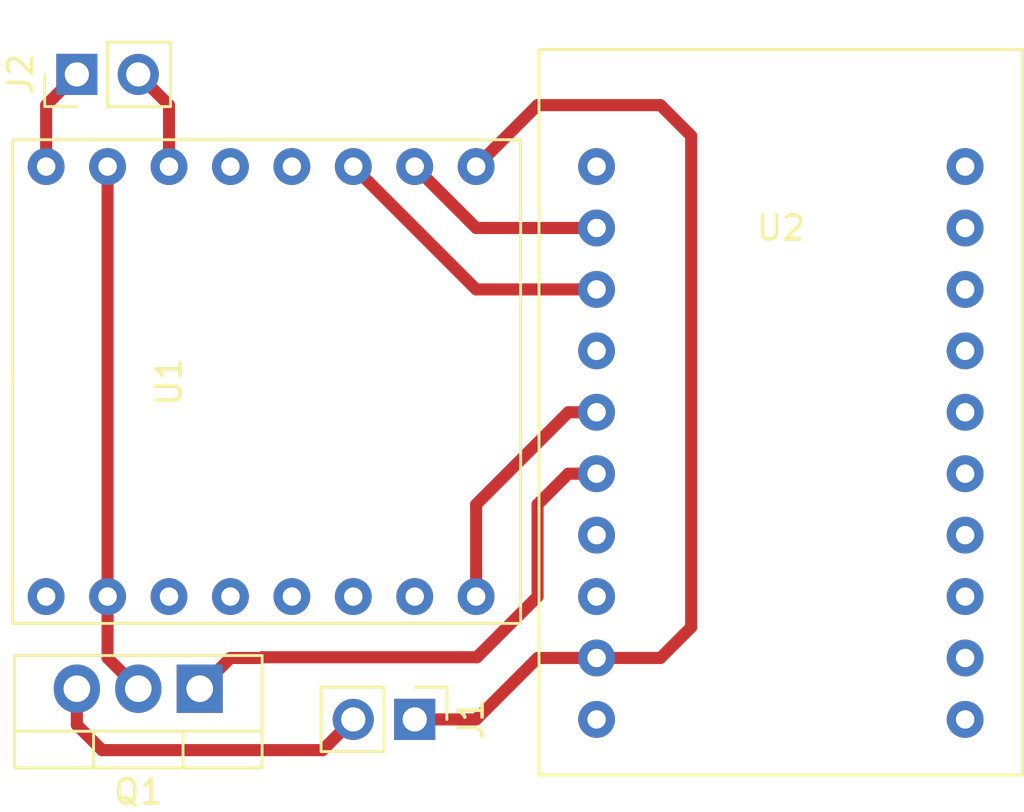
<source format=kicad_pcb>
(kicad_pcb (version 20171130) (host pcbnew 5.1.0)

  (general
    (thickness 1.6)
    (drawings 0)
    (tracks 35)
    (zones 0)
    (modules 5)
    (nets 32)
  )

  (page A4)
  (layers
    (0 F.Cu signal)
    (31 B.Cu signal)
    (32 B.Adhes user)
    (33 F.Adhes user)
    (34 B.Paste user)
    (35 F.Paste user)
    (36 B.SilkS user)
    (37 F.SilkS user)
    (38 B.Mask user)
    (39 F.Mask user)
    (40 Dwgs.User user)
    (41 Cmts.User user)
    (42 Eco1.User user)
    (43 Eco2.User user)
    (44 Edge.Cuts user)
    (45 Margin user)
    (46 B.CrtYd user)
    (47 F.CrtYd user)
    (48 B.Fab user)
    (49 F.Fab user)
  )

  (setup
    (last_trace_width 0.5)
    (user_trace_width 0.5)
    (trace_clearance 0.2)
    (zone_clearance 0.508)
    (zone_45_only no)
    (trace_min 0.2)
    (via_size 0.8)
    (via_drill 0.4)
    (via_min_size 0.4)
    (via_min_drill 0.3)
    (uvia_size 0.3)
    (uvia_drill 0.1)
    (uvias_allowed no)
    (uvia_min_size 0.2)
    (uvia_min_drill 0.1)
    (edge_width 0.05)
    (segment_width 0.2)
    (pcb_text_width 0.3)
    (pcb_text_size 1.5 1.5)
    (mod_edge_width 0.12)
    (mod_text_size 1 1)
    (mod_text_width 0.15)
    (pad_size 1.524 1.524)
    (pad_drill 0.762)
    (pad_to_mask_clearance 0.051)
    (solder_mask_min_width 0.25)
    (aux_axis_origin 0 0)
    (visible_elements FFFFFF7F)
    (pcbplotparams
      (layerselection 0x010fc_ffffffff)
      (usegerberextensions false)
      (usegerberattributes false)
      (usegerberadvancedattributes false)
      (creategerberjobfile false)
      (excludeedgelayer true)
      (linewidth 0.100000)
      (plotframeref false)
      (viasonmask false)
      (mode 1)
      (useauxorigin false)
      (hpglpennumber 1)
      (hpglpenspeed 20)
      (hpglpendiameter 15.000000)
      (psnegative false)
      (psa4output false)
      (plotreference true)
      (plotvalue true)
      (plotinvisibletext false)
      (padsonsilk false)
      (subtractmaskfromsilk false)
      (outputformat 1)
      (mirror false)
      (drillshape 1)
      (scaleselection 1)
      (outputdirectory ""))
  )

  (net 0 "")
  (net 1 VCC)
  (net 2 GND)
  (net 3 "Net-(J2-Pad2)")
  (net 4 "Net-(J2-Pad1)")
  (net 5 /FET)
  (net 6 "Net-(Q1-Pad2)")
  (net 7 "Net-(U1-Pad2)")
  (net 8 "Net-(U1-Pad3)")
  (net 9 "Net-(U1-Pad4)")
  (net 10 "Net-(U1-Pad5)")
  (net 11 "Net-(U1-Pad9)")
  (net 12 "Net-(U1-Pad11)")
  (net 13 "Net-(U1-Pad12)")
  (net 14 "Net-(U1-Pad13)")
  (net 15 "Net-(U1-Pad14)")
  (net 16 "Net-(U1-Pad15)")
  (net 17 "Net-(U1-Pad16)")
  (net 18 "Net-(U2-Pad1)")
  (net 19 "Net-(U2-Pad4)")
  (net 20 "Net-(U2-Pad7)")
  (net 21 "Net-(U2-Pad8)")
  (net 22 "Net-(U2-Pad10)")
  (net 23 "Net-(U2-Pad11)")
  (net 24 "Net-(U2-Pad12)")
  (net 25 "Net-(U2-Pad14)")
  (net 26 "Net-(U2-Pad15)")
  (net 27 "Net-(U2-Pad18)")
  (net 28 "Net-(U2-Pad19)")
  (net 29 "Net-(U2-Pad20)")
  (net 30 "Net-(U2-Pad16)")
  (net 31 "Net-(U2-Pad17)")

  (net_class Default "This is the default net class."
    (clearance 0.2)
    (trace_width 0.25)
    (via_dia 0.8)
    (via_drill 0.4)
    (uvia_dia 0.3)
    (uvia_drill 0.1)
    (add_net /FET)
    (add_net GND)
    (add_net "Net-(J2-Pad1)")
    (add_net "Net-(J2-Pad2)")
    (add_net "Net-(Q1-Pad2)")
    (add_net "Net-(U1-Pad11)")
    (add_net "Net-(U1-Pad12)")
    (add_net "Net-(U1-Pad13)")
    (add_net "Net-(U1-Pad14)")
    (add_net "Net-(U1-Pad15)")
    (add_net "Net-(U1-Pad16)")
    (add_net "Net-(U1-Pad2)")
    (add_net "Net-(U1-Pad3)")
    (add_net "Net-(U1-Pad4)")
    (add_net "Net-(U1-Pad5)")
    (add_net "Net-(U1-Pad9)")
    (add_net "Net-(U2-Pad1)")
    (add_net "Net-(U2-Pad10)")
    (add_net "Net-(U2-Pad11)")
    (add_net "Net-(U2-Pad12)")
    (add_net "Net-(U2-Pad14)")
    (add_net "Net-(U2-Pad15)")
    (add_net "Net-(U2-Pad16)")
    (add_net "Net-(U2-Pad17)")
    (add_net "Net-(U2-Pad18)")
    (add_net "Net-(U2-Pad19)")
    (add_net "Net-(U2-Pad20)")
    (add_net "Net-(U2-Pad4)")
    (add_net "Net-(U2-Pad7)")
    (add_net "Net-(U2-Pad8)")
    (add_net VCC)
  )

  (module Connector_PinHeader_2.54mm:PinHeader_1x02_P2.54mm_Vertical (layer F.Cu) (tedit 59FED5CC) (tstamp 5CBE1B2F)
    (at 90.17 71.12 270)
    (descr "Through hole straight pin header, 1x02, 2.54mm pitch, single row")
    (tags "Through hole pin header THT 1x02 2.54mm single row")
    (path /5CBE3458)
    (fp_text reference J1 (at 0 -2.33 270) (layer F.SilkS)
      (effects (font (size 1 1) (thickness 0.15)))
    )
    (fp_text value Battery (at 0 4.87 270) (layer F.Fab)
      (effects (font (size 1 1) (thickness 0.15)))
    )
    (fp_line (start -0.635 -1.27) (end 1.27 -1.27) (layer F.Fab) (width 0.1))
    (fp_line (start 1.27 -1.27) (end 1.27 3.81) (layer F.Fab) (width 0.1))
    (fp_line (start 1.27 3.81) (end -1.27 3.81) (layer F.Fab) (width 0.1))
    (fp_line (start -1.27 3.81) (end -1.27 -0.635) (layer F.Fab) (width 0.1))
    (fp_line (start -1.27 -0.635) (end -0.635 -1.27) (layer F.Fab) (width 0.1))
    (fp_line (start -1.33 3.87) (end 1.33 3.87) (layer F.SilkS) (width 0.12))
    (fp_line (start -1.33 1.27) (end -1.33 3.87) (layer F.SilkS) (width 0.12))
    (fp_line (start 1.33 1.27) (end 1.33 3.87) (layer F.SilkS) (width 0.12))
    (fp_line (start -1.33 1.27) (end 1.33 1.27) (layer F.SilkS) (width 0.12))
    (fp_line (start -1.33 0) (end -1.33 -1.33) (layer F.SilkS) (width 0.12))
    (fp_line (start -1.33 -1.33) (end 0 -1.33) (layer F.SilkS) (width 0.12))
    (fp_line (start -1.8 -1.8) (end -1.8 4.35) (layer F.CrtYd) (width 0.05))
    (fp_line (start -1.8 4.35) (end 1.8 4.35) (layer F.CrtYd) (width 0.05))
    (fp_line (start 1.8 4.35) (end 1.8 -1.8) (layer F.CrtYd) (width 0.05))
    (fp_line (start 1.8 -1.8) (end -1.8 -1.8) (layer F.CrtYd) (width 0.05))
    (fp_text user %R (at 0 1.27) (layer F.Fab)
      (effects (font (size 1 1) (thickness 0.15)))
    )
    (pad 1 thru_hole rect (at 0 0 270) (size 1.7 1.7) (drill 1) (layers *.Cu *.Mask)
      (net 1 VCC))
    (pad 2 thru_hole oval (at 0 2.54 270) (size 1.7 1.7) (drill 1) (layers *.Cu *.Mask)
      (net 2 GND))
    (model ${KISYS3DMOD}/Connector_PinHeader_2.54mm.3dshapes/PinHeader_1x02_P2.54mm_Vertical.wrl
      (at (xyz 0 0 0))
      (scale (xyz 1 1 1))
      (rotate (xyz 0 0 0))
    )
  )

  (module Connector_PinHeader_2.54mm:PinHeader_1x02_P2.54mm_Vertical (layer F.Cu) (tedit 59FED5CC) (tstamp 5CBE1B45)
    (at 76.2 44.45 90)
    (descr "Through hole straight pin header, 1x02, 2.54mm pitch, single row")
    (tags "Through hole pin header THT 1x02 2.54mm single row")
    (path /5CBE41BF)
    (fp_text reference J2 (at 0 -2.33 90) (layer F.SilkS)
      (effects (font (size 1 1) (thickness 0.15)))
    )
    (fp_text value Speaker (at 0 4.87 90) (layer F.Fab)
      (effects (font (size 1 1) (thickness 0.15)))
    )
    (fp_text user %R (at 0 1.27 180) (layer F.Fab)
      (effects (font (size 1 1) (thickness 0.15)))
    )
    (fp_line (start 1.8 -1.8) (end -1.8 -1.8) (layer F.CrtYd) (width 0.05))
    (fp_line (start 1.8 4.35) (end 1.8 -1.8) (layer F.CrtYd) (width 0.05))
    (fp_line (start -1.8 4.35) (end 1.8 4.35) (layer F.CrtYd) (width 0.05))
    (fp_line (start -1.8 -1.8) (end -1.8 4.35) (layer F.CrtYd) (width 0.05))
    (fp_line (start -1.33 -1.33) (end 0 -1.33) (layer F.SilkS) (width 0.12))
    (fp_line (start -1.33 0) (end -1.33 -1.33) (layer F.SilkS) (width 0.12))
    (fp_line (start -1.33 1.27) (end 1.33 1.27) (layer F.SilkS) (width 0.12))
    (fp_line (start 1.33 1.27) (end 1.33 3.87) (layer F.SilkS) (width 0.12))
    (fp_line (start -1.33 1.27) (end -1.33 3.87) (layer F.SilkS) (width 0.12))
    (fp_line (start -1.33 3.87) (end 1.33 3.87) (layer F.SilkS) (width 0.12))
    (fp_line (start -1.27 -0.635) (end -0.635 -1.27) (layer F.Fab) (width 0.1))
    (fp_line (start -1.27 3.81) (end -1.27 -0.635) (layer F.Fab) (width 0.1))
    (fp_line (start 1.27 3.81) (end -1.27 3.81) (layer F.Fab) (width 0.1))
    (fp_line (start 1.27 -1.27) (end 1.27 3.81) (layer F.Fab) (width 0.1))
    (fp_line (start -0.635 -1.27) (end 1.27 -1.27) (layer F.Fab) (width 0.1))
    (pad 2 thru_hole oval (at 0 2.54 90) (size 1.7 1.7) (drill 1) (layers *.Cu *.Mask)
      (net 3 "Net-(J2-Pad2)"))
    (pad 1 thru_hole rect (at 0 0 90) (size 1.7 1.7) (drill 1) (layers *.Cu *.Mask)
      (net 4 "Net-(J2-Pad1)"))
    (model ${KISYS3DMOD}/Connector_PinHeader_2.54mm.3dshapes/PinHeader_1x02_P2.54mm_Vertical.wrl
      (at (xyz 0 0 0))
      (scale (xyz 1 1 1))
      (rotate (xyz 0 0 0))
    )
  )

  (module Package_TO_SOT_THT:TO-220-3_Vertical (layer F.Cu) (tedit 5AC8BA0D) (tstamp 5CBE1B5F)
    (at 81.28 69.85 180)
    (descr "TO-220-3, Vertical, RM 2.54mm, see https://www.vishay.com/docs/66542/to-220-1.pdf")
    (tags "TO-220-3 Vertical RM 2.54mm")
    (path /5CBECFE0)
    (fp_text reference Q1 (at 2.54 -4.27 180) (layer F.SilkS)
      (effects (font (size 1 1) (thickness 0.15)))
    )
    (fp_text value IRLZ44N (at 2.54 2.5 180) (layer F.Fab)
      (effects (font (size 1 1) (thickness 0.15)))
    )
    (fp_line (start -2.46 -3.15) (end -2.46 1.25) (layer F.Fab) (width 0.1))
    (fp_line (start -2.46 1.25) (end 7.54 1.25) (layer F.Fab) (width 0.1))
    (fp_line (start 7.54 1.25) (end 7.54 -3.15) (layer F.Fab) (width 0.1))
    (fp_line (start 7.54 -3.15) (end -2.46 -3.15) (layer F.Fab) (width 0.1))
    (fp_line (start -2.46 -1.88) (end 7.54 -1.88) (layer F.Fab) (width 0.1))
    (fp_line (start 0.69 -3.15) (end 0.69 -1.88) (layer F.Fab) (width 0.1))
    (fp_line (start 4.39 -3.15) (end 4.39 -1.88) (layer F.Fab) (width 0.1))
    (fp_line (start -2.58 -3.27) (end 7.66 -3.27) (layer F.SilkS) (width 0.12))
    (fp_line (start -2.58 1.371) (end 7.66 1.371) (layer F.SilkS) (width 0.12))
    (fp_line (start -2.58 -3.27) (end -2.58 1.371) (layer F.SilkS) (width 0.12))
    (fp_line (start 7.66 -3.27) (end 7.66 1.371) (layer F.SilkS) (width 0.12))
    (fp_line (start -2.58 -1.76) (end 7.66 -1.76) (layer F.SilkS) (width 0.12))
    (fp_line (start 0.69 -3.27) (end 0.69 -1.76) (layer F.SilkS) (width 0.12))
    (fp_line (start 4.391 -3.27) (end 4.391 -1.76) (layer F.SilkS) (width 0.12))
    (fp_line (start -2.71 -3.4) (end -2.71 1.51) (layer F.CrtYd) (width 0.05))
    (fp_line (start -2.71 1.51) (end 7.79 1.51) (layer F.CrtYd) (width 0.05))
    (fp_line (start 7.79 1.51) (end 7.79 -3.4) (layer F.CrtYd) (width 0.05))
    (fp_line (start 7.79 -3.4) (end -2.71 -3.4) (layer F.CrtYd) (width 0.05))
    (fp_text user %R (at 2.54 -4.27 180) (layer F.Fab)
      (effects (font (size 1 1) (thickness 0.15)))
    )
    (pad 1 thru_hole rect (at 0 0 180) (size 1.905 2) (drill 1.1) (layers *.Cu *.Mask)
      (net 5 /FET))
    (pad 2 thru_hole oval (at 2.54 0 180) (size 1.905 2) (drill 1.1) (layers *.Cu *.Mask)
      (net 6 "Net-(Q1-Pad2)"))
    (pad 3 thru_hole oval (at 5.08 0 180) (size 1.905 2) (drill 1.1) (layers *.Cu *.Mask)
      (net 2 GND))
    (model ${KISYS3DMOD}/Package_TO_SOT_THT.3dshapes/TO-220-3_Vertical.wrl
      (at (xyz 0 0 0))
      (scale (xyz 1 1 1))
      (rotate (xyz 0 0 0))
    )
  )

  (module dfplayer:DFPlayer (layer F.Cu) (tedit 5CBDC85A) (tstamp 5CBE1B78)
    (at 82.55 57.15 270)
    (path /5CBE0421)
    (fp_text reference U1 (at 0 2.54 270) (layer F.SilkS)
      (effects (font (size 1 1) (thickness 0.15)))
    )
    (fp_text value DFPlayerMini (at 0 -3.81 270) (layer F.Fab)
      (effects (font (size 1 1) (thickness 0.15)))
    )
    (fp_line (start 0 9) (end -10 9) (layer F.SilkS) (width 0.12))
    (fp_line (start -10 9) (end -10 -12) (layer F.SilkS) (width 0.12))
    (fp_line (start -10 -12) (end 10 -12) (layer F.SilkS) (width 0.12))
    (fp_line (start 10 -12) (end 10 9) (layer F.SilkS) (width 0.12))
    (fp_line (start 10 9) (end 0 9) (layer F.SilkS) (width 0.12))
    (pad 1 thru_hole circle (at -8.89 -10.16 270) (size 1.524 1.524) (drill 0.762) (layers *.Cu *.Mask)
      (net 1 VCC))
    (pad 2 thru_hole circle (at -8.89 -7.62 270) (size 1.524 1.524) (drill 0.762) (layers *.Cu *.Mask)
      (net 7 "Net-(U1-Pad2)"))
    (pad 3 thru_hole circle (at -8.89 -5.08 270) (size 1.524 1.524) (drill 0.762) (layers *.Cu *.Mask)
      (net 8 "Net-(U1-Pad3)"))
    (pad 4 thru_hole circle (at -8.89 -2.54 270) (size 1.524 1.524) (drill 0.762) (layers *.Cu *.Mask)
      (net 9 "Net-(U1-Pad4)"))
    (pad 5 thru_hole circle (at -8.89 0 270) (size 1.524 1.524) (drill 0.762) (layers *.Cu *.Mask)
      (net 10 "Net-(U1-Pad5)"))
    (pad 6 thru_hole circle (at -8.89 2.54 270) (size 1.524 1.524) (drill 0.762) (layers *.Cu *.Mask)
      (net 3 "Net-(J2-Pad2)"))
    (pad 7 thru_hole circle (at -8.89 5.08 270) (size 1.524 1.524) (drill 0.762) (layers *.Cu *.Mask)
      (net 6 "Net-(Q1-Pad2)"))
    (pad 8 thru_hole circle (at -8.89 7.62 270) (size 1.524 1.524) (drill 0.762) (layers *.Cu *.Mask)
      (net 4 "Net-(J2-Pad1)"))
    (pad 9 thru_hole circle (at 8.89 7.62 270) (size 1.524 1.524) (drill 0.762) (layers *.Cu *.Mask)
      (net 11 "Net-(U1-Pad9)"))
    (pad 10 thru_hole circle (at 8.89 5.08 270) (size 1.524 1.524) (drill 0.762) (layers *.Cu *.Mask)
      (net 6 "Net-(Q1-Pad2)"))
    (pad 11 thru_hole circle (at 8.89 2.54 270) (size 1.524 1.524) (drill 0.762) (layers *.Cu *.Mask)
      (net 12 "Net-(U1-Pad11)"))
    (pad 12 thru_hole circle (at 8.89 0 270) (size 1.524 1.524) (drill 0.762) (layers *.Cu *.Mask)
      (net 13 "Net-(U1-Pad12)"))
    (pad 13 thru_hole circle (at 8.89 -2.54 270) (size 1.524 1.524) (drill 0.762) (layers *.Cu *.Mask)
      (net 14 "Net-(U1-Pad13)"))
    (pad 14 thru_hole circle (at 8.89 -5.08 270) (size 1.524 1.524) (drill 0.762) (layers *.Cu *.Mask)
      (net 15 "Net-(U1-Pad14)"))
    (pad 15 thru_hole circle (at 8.89 -7.62 270) (size 1.524 1.524) (drill 0.762) (layers *.Cu *.Mask)
      (net 16 "Net-(U1-Pad15)"))
    (pad 16 thru_hole circle (at 8.89 -10.16 270) (size 1.524 1.524) (drill 0.762) (layers *.Cu *.Mask)
      (net 17 "Net-(U1-Pad16)"))
  )

  (module dfplayer:STM8S103 (layer F.Cu) (tedit 5CBDC671) (tstamp 5CBE1B94)
    (at 105.310001 58.42)
    (path /5CBE08D9)
    (fp_text reference U2 (at 0 -7.62) (layer F.SilkS)
      (effects (font (size 1 1) (thickness 0.15)))
    )
    (fp_text value STM8SF103 (at 0 5.08) (layer F.Fab)
      (effects (font (size 1 1) (thickness 0.15)))
    )
    (fp_line (start -10 15) (end -10 -15) (layer F.SilkS) (width 0.12))
    (fp_line (start -10 -15) (end 10 -15) (layer F.SilkS) (width 0.12))
    (fp_line (start 10 -15) (end 10 15) (layer F.SilkS) (width 0.12))
    (fp_line (start 10 15) (end -10 15) (layer F.SilkS) (width 0.12))
    (pad 1 thru_hole circle (at -7.62 -10.16) (size 1.524 1.524) (drill 0.762) (layers *.Cu *.Mask)
      (net 18 "Net-(U2-Pad1)"))
    (pad 2 thru_hole circle (at -7.62 -7.62) (size 1.524 1.524) (drill 0.762) (layers *.Cu *.Mask)
      (net 7 "Net-(U1-Pad2)"))
    (pad 3 thru_hole circle (at -7.62 -5.08) (size 1.524 1.524) (drill 0.762) (layers *.Cu *.Mask)
      (net 8 "Net-(U1-Pad3)"))
    (pad 4 thru_hole circle (at -7.62 -2.54) (size 1.524 1.524) (drill 0.762) (layers *.Cu *.Mask)
      (net 19 "Net-(U2-Pad4)"))
    (pad 5 thru_hole circle (at -7.62 0) (size 1.524 1.524) (drill 0.762) (layers *.Cu *.Mask)
      (net 17 "Net-(U1-Pad16)"))
    (pad 6 thru_hole circle (at -7.62 2.54) (size 1.524 1.524) (drill 0.762) (layers *.Cu *.Mask)
      (net 5 /FET))
    (pad 7 thru_hole circle (at -7.62 5.08) (size 1.524 1.524) (drill 0.762) (layers *.Cu *.Mask)
      (net 20 "Net-(U2-Pad7)"))
    (pad 8 thru_hole circle (at -7.62 7.62) (size 1.524 1.524) (drill 0.762) (layers *.Cu *.Mask)
      (net 21 "Net-(U2-Pad8)"))
    (pad 9 thru_hole circle (at -7.62 10.16) (size 1.524 1.524) (drill 0.762) (layers *.Cu *.Mask)
      (net 1 VCC))
    (pad 10 thru_hole circle (at -7.62 12.7) (size 1.524 1.524) (drill 0.762) (layers *.Cu *.Mask)
      (net 22 "Net-(U2-Pad10)"))
    (pad 11 thru_hole circle (at 7.62 12.7) (size 1.524 1.524) (drill 0.762) (layers *.Cu *.Mask)
      (net 23 "Net-(U2-Pad11)"))
    (pad 12 thru_hole circle (at 7.62 10.16) (size 1.524 1.524) (drill 0.762) (layers *.Cu *.Mask)
      (net 24 "Net-(U2-Pad12)"))
    (pad 13 thru_hole circle (at 7.62 7.62) (size 1.524 1.524) (drill 0.762) (layers *.Cu *.Mask))
    (pad 14 thru_hole circle (at 7.62 5.08) (size 1.524 1.524) (drill 0.762) (layers *.Cu *.Mask)
      (net 25 "Net-(U2-Pad14)"))
    (pad 15 thru_hole circle (at 7.62 2.54) (size 1.524 1.524) (drill 0.762) (layers *.Cu *.Mask)
      (net 26 "Net-(U2-Pad15)"))
    (pad 16 thru_hole circle (at 7.62 0) (size 1.524 1.524) (drill 0.762) (layers *.Cu *.Mask)
      (net 30 "Net-(U2-Pad16)"))
    (pad 17 thru_hole circle (at 7.62 -2.54) (size 1.524 1.524) (drill 0.762) (layers *.Cu *.Mask)
      (net 31 "Net-(U2-Pad17)"))
    (pad 18 thru_hole circle (at 7.62 -5.08) (size 1.524 1.524) (drill 0.762) (layers *.Cu *.Mask)
      (net 27 "Net-(U2-Pad18)"))
    (pad 19 thru_hole circle (at 7.62 -7.62) (size 1.524 1.524) (drill 0.762) (layers *.Cu *.Mask)
      (net 28 "Net-(U2-Pad19)"))
    (pad 20 thru_hole circle (at 7.62 -10.16) (size 1.524 1.524) (drill 0.762) (layers *.Cu *.Mask)
      (net 29 "Net-(U2-Pad20)"))
  )

  (segment (start 100.33 68.58) (end 97.690001 68.58) (width 0.5) (layer F.Cu) (net 1))
  (segment (start 101.6 67.31) (end 100.33 68.58) (width 0.5) (layer F.Cu) (net 1))
  (segment (start 101.6 46.99) (end 101.6 67.31) (width 0.5) (layer F.Cu) (net 1))
  (segment (start 100.33 45.72) (end 101.6 46.99) (width 0.5) (layer F.Cu) (net 1))
  (segment (start 92.71 48.26) (end 95.25 45.72) (width 0.5) (layer F.Cu) (net 1))
  (segment (start 95.25 45.72) (end 100.33 45.72) (width 0.5) (layer F.Cu) (net 1))
  (segment (start 97.690001 68.58) (end 95.25 68.58) (width 0.5) (layer F.Cu) (net 1))
  (segment (start 92.71 71.12) (end 90.17 71.12) (width 0.5) (layer F.Cu) (net 1))
  (segment (start 95.25 68.58) (end 92.71 71.12) (width 0.5) (layer F.Cu) (net 1))
  (segment (start 76.2 71.35) (end 77.24 72.39) (width 0.5) (layer F.Cu) (net 2))
  (segment (start 76.2 69.85) (end 76.2 71.35) (width 0.5) (layer F.Cu) (net 2))
  (segment (start 86.36 72.39) (end 87.63 71.12) (width 0.5) (layer F.Cu) (net 2))
  (segment (start 77.24 72.39) (end 86.36 72.39) (width 0.5) (layer F.Cu) (net 2))
  (segment (start 78.74 44.45) (end 80.01 45.72) (width 0.5) (layer F.Cu) (net 3))
  (segment (start 80.01 45.72) (end 80.01 48.26) (width 0.5) (layer F.Cu) (net 3))
  (segment (start 74.93 45.72) (end 76.2 44.45) (width 0.5) (layer F.Cu) (net 4))
  (segment (start 74.93 48.26) (end 74.93 45.72) (width 0.5) (layer F.Cu) (net 4))
  (segment (start 97.690001 60.96) (end 96.52 60.96) (width 0.5) (layer F.Cu) (net 5))
  (segment (start 96.52 60.96) (end 95.25 62.23) (width 0.5) (layer F.Cu) (net 5))
  (segment (start 95.25 62.23) (end 95.25 66.04) (width 0.5) (layer F.Cu) (net 5))
  (segment (start 92.740001 68.549999) (end 83.850001 68.549999) (width 0.5) (layer F.Cu) (net 5))
  (segment (start 95.25 66.04) (end 92.740001 68.549999) (width 0.5) (layer F.Cu) (net 5))
  (segment (start 83.850001 68.549999) (end 83.82 68.58) (width 0.5) (layer F.Cu) (net 5))
  (segment (start 83.82 68.58) (end 82.55 68.58) (width 0.5) (layer F.Cu) (net 5))
  (segment (start 82.55 68.58) (end 81.28 69.85) (width 0.5) (layer F.Cu) (net 5))
  (segment (start 77.47 48.26) (end 77.47 66.04) (width 0.5) (layer F.Cu) (net 6))
  (segment (start 77.47 66.04) (end 77.47 68.58) (width 0.5) (layer F.Cu) (net 6))
  (segment (start 77.47 68.58) (end 78.74 69.85) (width 0.5) (layer F.Cu) (net 6))
  (segment (start 92.71 50.8) (end 90.17 48.26) (width 0.5) (layer F.Cu) (net 7))
  (segment (start 97.690001 50.8) (end 92.71 50.8) (width 0.5) (layer F.Cu) (net 7))
  (segment (start 92.71 53.34) (end 87.63 48.26) (width 0.5) (layer F.Cu) (net 8))
  (segment (start 97.690001 53.34) (end 92.71 53.34) (width 0.5) (layer F.Cu) (net 8))
  (segment (start 97.690001 58.42) (end 96.52 58.42) (width 0.5) (layer F.Cu) (net 17))
  (segment (start 92.71 62.23) (end 92.71 66.04) (width 0.5) (layer F.Cu) (net 17))
  (segment (start 96.52 58.42) (end 92.71 62.23) (width 0.5) (layer F.Cu) (net 17))

)

</source>
